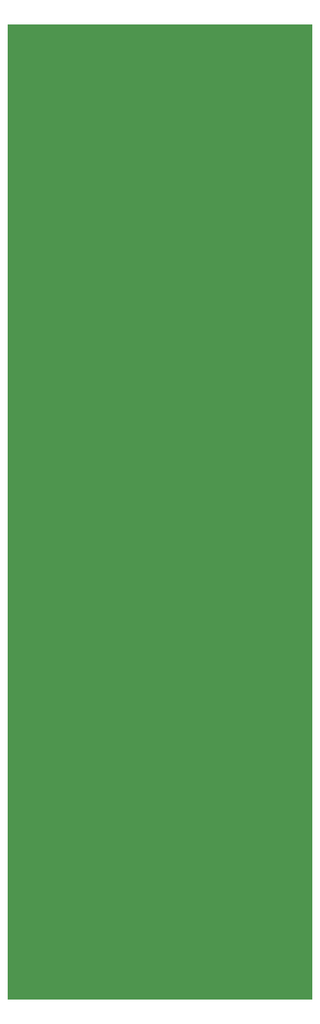
<source format=gbr>
G04 #@! TF.GenerationSoftware,KiCad,Pcbnew,(5.1.2)-1*
G04 #@! TF.CreationDate,2019-05-07T23:43:29+02:00*
G04 #@! TF.ProjectId,NTPv02-panel,4e545076-3032-42d7-9061-6e656c2e6b69,rev?*
G04 #@! TF.SameCoordinates,Original*
G04 #@! TF.FileFunction,Soldermask,Bot*
G04 #@! TF.FilePolarity,Negative*
%FSLAX46Y46*%
G04 Gerber Fmt 4.6, Leading zero omitted, Abs format (unit mm)*
G04 Created by KiCad (PCBNEW (5.1.2)-1) date 2019-05-07 23:43:29*
%MOMM*%
%LPD*%
G04 APERTURE LIST*
%ADD10C,0.100000*%
G04 APERTURE END LIST*
D10*
G36*
X147066000Y-149352000D02*
G01*
X106934000Y-149352000D01*
X106934000Y-21082000D01*
X147066000Y-21082000D01*
X147066000Y-149352000D01*
G37*
X147066000Y-149352000D02*
X106934000Y-149352000D01*
X106934000Y-21082000D01*
X147066000Y-21082000D01*
X147066000Y-149352000D01*
M02*

</source>
